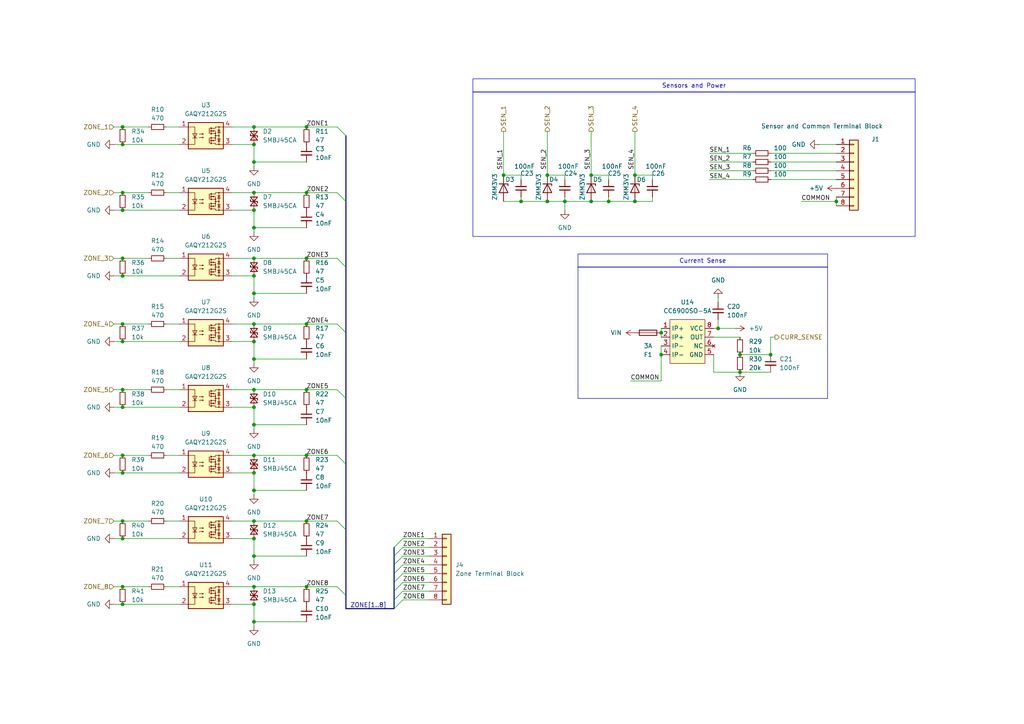
<source format=kicad_sch>
(kicad_sch (version 20231120) (generator "eeschema") (generator_version "8.0")
  (paper "A4")
  (lib_symbols
    (symbol "Connector_Generic:Conn_01x08" (pin_names (offset 1.016) hide)
      (property "Reference" "J" (at 0 10.16 0))
      (property "Value" "Conn_01x08" (at 0 -12.7 0))
      (symbol "Conn_01x08_1_1"
        (pin passive line (at -5.08 7.62 0) (length 3.81) (name "Pin_1") (number "1"))
        (pin passive line (at -5.08 5.08 0) (length 3.81) (name "Pin_2") (number "2"))
        (pin passive line (at -5.08 2.54 0) (length 3.81) (name "Pin_3") (number "3"))
        (pin passive line (at -5.08 0 0) (length 3.81) (name "Pin_4") (number "4"))
        (pin passive line (at -5.08 -2.54 0) (length 3.81) (name "Pin_5") (number "5"))
        (pin passive line (at -5.08 -5.08 0) (length 3.81) (name "Pin_6") (number "6"))
        (pin passive line (at -5.08 -7.62 0) (length 3.81) (name "Pin_7") (number "7"))
        (pin passive line (at -5.08 -10.16 0) (length 3.81) (name "Pin_8") (number "8"))
      )
    )
    (symbol "Device:C_Small" (pin_numbers hide) (pin_names (offset 0.254) hide)
      (property "Reference" "C" (at 0.254 1.778 0))
      (property "Value" "C_Small" (at 0.254 -2.032 0))
      (symbol "C_Small_1_1"
        (pin passive line (at 0 2.54 270) (length 2.032) (name "~") (number "1"))
        (pin passive line (at 0 -2.54 90) (length 2.032) (name "~") (number "2"))
      )
    )
    (symbol "Device:D_TVS_Small" (pin_numbers hide) (pin_names (offset 1.016) hide)
      (property "Reference" "D" (at 0 2.54 0))
      (property "Value" "D_TVS_Small" (at 0 -2.54 0))
      (symbol "D_TVS_Small_1_1"
        (pin passive line (at -2.54 0 0) (length 1.27) (name "A1") (number "1"))
        (pin passive line (at 2.54 0 180) (length 1.27) (name "A2") (number "2"))
      )
    )
    (symbol "Device:D_Zener" (pin_numbers hide) (pin_names (offset 1.016) hide)
      (property "Reference" "D" (at 0 2.54 0))
      (property "Value" "D_Zener" (at 0 -2.54 0))
      (symbol "D_Zener_1_1"
        (pin passive line (at -3.81 0 0) (length 2.54) (name "K") (number "1"))
        (pin passive line (at 3.81 0 180) (length 2.54) (name "A") (number "2"))
      )
    )
    (symbol "Device:Fuse" (pin_numbers hide) (pin_names (offset 0))
      (property "Reference" "F" (at 2.032 0 90))
      (property "Value" "Fuse" (at -1.905 0 90))
      (symbol "Fuse_1_1"
        (pin passive line (at 0 3.81 270) (length 1.27) (name "~") (number "1"))
        (pin passive line (at 0 -3.81 90) (length 1.27) (name "~") (number "2"))
      )
    )
    (symbol "Device:R_Small" (pin_numbers hide) (pin_names (offset 0.254) hide)
      (property "Reference" "R" (at 0.762 0.508 0))
      (property "Value" "R_Small" (at 0.762 -1.016 0))
      (symbol "R_Small_1_1"
        (pin passive line (at 0 2.54 270) (length 0.762) (name "~") (number "1"))
        (pin passive line (at 0 -2.54 90) (length 0.762) (name "~") (number "2"))
      )
    )
    (symbol "OpenSprinkler:CC6900SO"
      (property "Reference" "U" (at 0 10.922 0))
      (property "Value" "CC6900SO" (at 0 8.382 0))
      (symbol "CC6900SO_1_1"
        (pin input line (at -7.62 3.81 0) (length 2.54) (name "IP+") (number "1"))
        (pin input line (at -7.62 1.27 0) (length 2.54) (name "IP+") (number "2"))
        (pin output line (at -7.62 -1.27 0) (length 2.54) (name "IP-") (number "3"))
        (pin output line (at -7.62 -3.81 0) (length 2.54) (name "IP-") (number "4"))
        (pin output line (at 7.62 -3.81 180) (length 2.54) (name "GND") (number "5"))
        (pin no_connect line (at 7.62 -1.27 180) (length 2.54) (name "NC") (number "6"))
        (pin output line (at 7.62 1.27 180) (length 2.54) (name "OUT") (number "7"))
        (pin input line (at 7.62 3.81 180) (length 2.54) (name "VCC") (number "8"))
      )
    )
    (symbol "Relay_SolidState:CPC1017N"
      (property "Reference" "U" (at -5.08 5.08 0))
      (property "Value" "CPC1017N" (at 0 5.08 0))
      (symbol "CPC1017N_1_1"
        (pin passive line (at -7.62 2.54 0) (length 2.54) (name "~") (number "1"))
        (pin passive line (at -7.62 -2.54 0) (length 2.54) (name "~") (number "2"))
        (pin passive line (at 7.62 -2.54 180) (length 2.54) (name "~") (number "3"))
        (pin passive line (at 7.62 2.54 180) (length 2.54) (name "~") (number "4"))
      )
    )
    (symbol "power:+5V" (power) (pin_numbers hide) (pin_names (offset 0) hide)
      (property "Value" "+5V" (at 0 3.556 0))
      (symbol "+5V_1_1"
        (pin power_in line (at 0 0 90) (length 0) (name "~") (number "1"))
      )
    )
    (symbol "power:GND" (power) (pin_numbers hide) (pin_names (offset 0) hide)
      (property "Value" "GND" (at 0 -3.81 0))
      (symbol "GND_1_1"
        (pin power_in line (at 0 0 270) (length 0) (name "~") (number "1"))
      )
    )
    (symbol "power:VCC" (power) (pin_numbers hide) (pin_names (offset 0) hide)
      (property "Value" "VCC" (at 0 3.556 0))
      (symbol "VCC_1_1"
        (pin power_in line (at 0 0 90) (length 0) (name "~") (number "1"))
      )
    )
  )
  (junction (at 35.56 36.83))
  (junction (at 88.9 93.98))
  (junction (at 73.66 170.18))
  (junction (at 184.15 50.8))
  (junction (at 35.56 99.06))
  (junction (at 35.56 93.98))
  (junction (at 35.56 156.21))
  (junction (at 35.56 113.03))
  (junction (at 35.56 132.08))
  (junction (at 35.56 74.93))
  (junction (at 242.57 58.42))
  (junction (at 151.13 58.42))
  (junction (at 214.63 107.95))
  (junction (at 88.9 113.03))
  (junction (at 35.56 151.13))
  (junction (at 88.9 74.93))
  (junction (at 35.56 170.18))
  (junction (at 88.9 170.18))
  (junction (at 208.28 95.25))
  (junction (at 73.66 36.83))
  (junction (at 73.66 156.21))
  (junction (at 73.66 123.19))
  (junction (at 73.66 132.08))
  (junction (at 73.66 80.01))
  (junction (at 35.56 80.01))
  (junction (at 214.63 102.87))
  (junction (at 35.56 41.91))
  (junction (at 73.66 41.91))
  (junction (at 158.75 58.42))
  (junction (at 191.77 102.87))
  (junction (at 73.66 99.06))
  (junction (at 171.45 58.42))
  (junction (at 73.66 180.34))
  (junction (at 73.66 104.14))
  (junction (at 88.9 132.08))
  (junction (at 184.15 58.42))
  (junction (at 73.66 55.88))
  (junction (at 88.9 36.83))
  (junction (at 73.66 66.04))
  (junction (at 73.66 113.03))
  (junction (at 223.52 102.87))
  (junction (at 73.66 60.96))
  (junction (at 73.66 142.24))
  (junction (at 73.66 161.29))
  (junction (at 88.9 151.13))
  (junction (at 88.9 55.88))
  (junction (at 176.53 58.42))
  (junction (at 35.56 55.88))
  (junction (at 73.66 85.09))
  (junction (at 73.66 74.93))
  (junction (at 146.05 50.8))
  (junction (at 158.75 50.8))
  (junction (at 163.83 58.42))
  (junction (at 73.66 175.26))
  (junction (at 191.77 96.52))
  (junction (at 35.56 60.96))
  (junction (at 171.45 50.8))
  (junction (at 35.56 137.16))
  (junction (at 73.66 137.16))
  (junction (at 73.66 93.98))
  (junction (at 73.66 118.11))
  (junction (at 35.56 175.26))
  (junction (at 35.56 118.11))
  (junction (at 73.66 151.13))
  (junction (at 73.66 46.99))
  (bus_entry (at 100.33 77.47) (size -2.54 -2.54))
  (bus_entry (at 100.33 172.72) (size -2.54 -2.54))
  (bus_entry (at 100.33 58.42) (size -2.54 -2.54))
  (bus_entry (at 114.3 176.53) (size 2.54 -2.54))
  (bus_entry (at 100.33 115.57) (size -2.54 -2.54))
  (bus_entry (at 100.33 153.67) (size -2.54 -2.54))
  (bus_entry (at 114.3 168.91) (size 2.54 -2.54))
  (bus_entry (at 114.3 173.99) (size 2.54 -2.54))
  (bus_entry (at 100.33 96.52) (size -2.54 -2.54))
  (bus_entry (at 114.3 163.83) (size 2.54 -2.54))
  (bus_entry (at 114.3 161.29) (size 2.54 -2.54))
  (bus_entry (at 100.33 39.37) (size -2.54 -2.54))
  (bus_entry (at 114.3 166.37) (size 2.54 -2.54))
  (bus_entry (at 100.33 134.62) (size -2.54 -2.54))
  (bus_entry (at 114.3 171.45) (size 2.54 -2.54))
  (bus_entry (at 114.3 158.75) (size 2.54 -2.54))
  (wire (pts (xy 33.02 99.06) (xy 35.56 99.06)))
  (wire (pts (xy 163.83 58.42) (xy 171.45 58.42)))
  (wire (pts (xy 33.02 36.83) (xy 35.56 36.83)))
  (wire (pts (xy 242.57 58.42) (xy 242.57 59.69)))
  (wire (pts (xy 48.26 93.98) (xy 52.07 93.98)))
  (wire (pts (xy 205.74 44.45) (xy 218.44 44.45)))
  (wire (pts (xy 73.66 118.11) (xy 73.66 123.19)))
  (wire (pts (xy 237.49 41.91) (xy 242.57 41.91)))
  (wire (pts (xy 73.66 93.98) (xy 88.9 93.98)))
  (wire (pts (xy 116.84 156.21) (xy 124.46 156.21)))
  (bus (pts (xy 114.3 171.45) (xy 114.3 173.99)))
  (wire (pts (xy 176.53 52.07) (xy 176.53 50.8)))
  (wire (pts (xy 48.26 55.88) (xy 52.07 55.88)))
  (wire (pts (xy 35.56 41.91) (xy 52.07 41.91)))
  (wire (pts (xy 73.66 162.56) (xy 73.66 161.29)))
  (wire (pts (xy 33.02 137.16) (xy 35.56 137.16)))
  (wire (pts (xy 67.31 170.18) (xy 73.66 170.18)))
  (wire (pts (xy 33.02 60.96) (xy 35.56 60.96)))
  (wire (pts (xy 33.02 55.88) (xy 35.56 55.88)))
  (wire (pts (xy 35.56 99.06) (xy 52.07 99.06)))
  (bus (pts (xy 100.33 115.57) (xy 100.33 134.62)))
  (wire (pts (xy 73.66 143.51) (xy 73.66 142.24)))
  (wire (pts (xy 67.31 80.01) (xy 73.66 80.01)))
  (wire (pts (xy 73.66 67.31) (xy 73.66 66.04)))
  (wire (pts (xy 33.02 80.01) (xy 35.56 80.01)))
  (wire (pts (xy 73.66 142.24) (xy 88.9 142.24)))
  (wire (pts (xy 73.66 124.46) (xy 73.66 123.19)))
  (wire (pts (xy 88.9 113.03) (xy 97.79 113.03)))
  (wire (pts (xy 189.23 50.8) (xy 184.15 50.8)))
  (wire (pts (xy 48.26 113.03) (xy 52.07 113.03)))
  (wire (pts (xy 48.26 151.13) (xy 52.07 151.13)))
  (wire (pts (xy 73.66 80.01) (xy 73.66 85.09)))
  (wire (pts (xy 33.02 93.98) (xy 35.56 93.98)))
  (bus (pts (xy 100.33 96.52) (xy 100.33 115.57)))
  (wire (pts (xy 67.31 132.08) (xy 73.66 132.08)))
  (wire (pts (xy 208.28 95.25) (xy 213.36 95.25)))
  (wire (pts (xy 73.66 180.34) (xy 88.9 180.34)))
  (wire (pts (xy 73.66 46.99) (xy 88.9 46.99)))
  (wire (pts (xy 191.77 100.33) (xy 191.77 102.87)))
  (wire (pts (xy 35.56 36.83) (xy 43.18 36.83)))
  (wire (pts (xy 33.02 175.26) (xy 35.56 175.26)))
  (wire (pts (xy 163.83 52.07) (xy 163.83 50.8)))
  (wire (pts (xy 73.66 104.14) (xy 88.9 104.14)))
  (wire (pts (xy 33.02 113.03) (xy 35.56 113.03)))
  (wire (pts (xy 73.66 151.13) (xy 88.9 151.13)))
  (wire (pts (xy 184.15 38.1) (xy 184.15 50.8)))
  (bus (pts (xy 100.33 77.47) (xy 100.33 96.52)))
  (wire (pts (xy 35.56 118.11) (xy 52.07 118.11)))
  (wire (pts (xy 208.28 86.36) (xy 208.28 87.63)))
  (wire (pts (xy 88.9 170.18) (xy 97.79 170.18)))
  (wire (pts (xy 158.75 38.1) (xy 158.75 50.8)))
  (wire (pts (xy 35.56 74.93) (xy 43.18 74.93)))
  (wire (pts (xy 176.53 57.15) (xy 176.53 58.42)))
  (wire (pts (xy 73.66 161.29) (xy 88.9 161.29)))
  (wire (pts (xy 73.66 36.83) (xy 88.9 36.83)))
  (wire (pts (xy 88.9 55.88) (xy 97.79 55.88)))
  (wire (pts (xy 163.83 50.8) (xy 158.75 50.8)))
  (wire (pts (xy 35.56 175.26) (xy 52.07 175.26)))
  (wire (pts (xy 73.66 137.16) (xy 73.66 142.24)))
  (wire (pts (xy 207.01 107.95) (xy 207.01 102.87)))
  (wire (pts (xy 35.56 170.18) (xy 43.18 170.18)))
  (wire (pts (xy 33.02 118.11) (xy 35.56 118.11)))
  (wire (pts (xy 88.9 74.93) (xy 97.79 74.93)))
  (wire (pts (xy 184.15 58.42) (xy 189.23 58.42)))
  (wire (pts (xy 207.01 95.25) (xy 208.28 95.25)))
  (wire (pts (xy 151.13 57.15) (xy 151.13 58.42)))
  (wire (pts (xy 163.83 57.15) (xy 163.83 58.42)))
  (bus (pts (xy 114.3 173.99) (xy 114.3 176.53)))
  (wire (pts (xy 189.23 57.15) (xy 189.23 58.42)))
  (wire (pts (xy 116.84 158.75) (xy 124.46 158.75)))
  (bus (pts (xy 100.33 176.53) (xy 114.3 176.53)))
  (wire (pts (xy 223.52 52.07) (xy 242.57 52.07)))
  (wire (pts (xy 176.53 50.8) (xy 171.45 50.8)))
  (wire (pts (xy 205.74 46.99) (xy 218.44 46.99)))
  (wire (pts (xy 182.88 110.49) (xy 191.77 110.49)))
  (wire (pts (xy 73.66 156.21) (xy 73.66 161.29)))
  (wire (pts (xy 208.28 95.25) (xy 208.28 92.71)))
  (wire (pts (xy 116.84 161.29) (xy 124.46 161.29)))
  (wire (pts (xy 33.02 132.08) (xy 35.56 132.08)))
  (wire (pts (xy 163.83 58.42) (xy 163.83 60.96)))
  (wire (pts (xy 73.66 181.61) (xy 73.66 180.34)))
  (wire (pts (xy 48.26 36.83) (xy 52.07 36.83)))
  (wire (pts (xy 48.26 170.18) (xy 52.07 170.18)))
  (wire (pts (xy 146.05 38.1) (xy 146.05 50.8)))
  (wire (pts (xy 33.02 151.13) (xy 35.56 151.13)))
  (wire (pts (xy 48.26 74.93) (xy 52.07 74.93)))
  (wire (pts (xy 223.52 49.53) (xy 242.57 49.53)))
  (wire (pts (xy 171.45 58.42) (xy 176.53 58.42)))
  (wire (pts (xy 189.23 52.07) (xy 189.23 50.8)))
  (wire (pts (xy 35.56 137.16) (xy 52.07 137.16)))
  (bus (pts (xy 114.3 168.91) (xy 114.3 171.45)))
  (wire (pts (xy 214.63 107.95) (xy 207.01 107.95)))
  (wire (pts (xy 67.31 41.91) (xy 73.66 41.91)))
  (wire (pts (xy 224.79 97.79) (xy 223.52 97.79)))
  (wire (pts (xy 33.02 156.21) (xy 35.56 156.21)))
  (wire (pts (xy 88.9 132.08) (xy 97.79 132.08)))
  (wire (pts (xy 151.13 50.8) (xy 146.05 50.8)))
  (wire (pts (xy 35.56 113.03) (xy 43.18 113.03)))
  (wire (pts (xy 214.63 102.87) (xy 223.52 102.87)))
  (wire (pts (xy 67.31 93.98) (xy 73.66 93.98)))
  (wire (pts (xy 171.45 38.1) (xy 171.45 50.8)))
  (wire (pts (xy 67.31 113.03) (xy 73.66 113.03)))
  (wire (pts (xy 73.66 105.41) (xy 73.66 104.14)))
  (wire (pts (xy 88.9 36.83) (xy 97.79 36.83)))
  (wire (pts (xy 176.53 58.42) (xy 184.15 58.42)))
  (wire (pts (xy 73.66 175.26) (xy 73.66 180.34)))
  (wire (pts (xy 88.9 93.98) (xy 97.79 93.98)))
  (wire (pts (xy 116.84 168.91) (xy 124.46 168.91)))
  (bus (pts (xy 114.3 166.37) (xy 114.3 168.91)))
  (wire (pts (xy 73.66 85.09) (xy 88.9 85.09)))
  (wire (pts (xy 35.56 93.98) (xy 43.18 93.98)))
  (wire (pts (xy 223.52 46.99) (xy 242.57 46.99)))
  (bus (pts (xy 114.3 161.29) (xy 114.3 163.83)))
  (wire (pts (xy 67.31 118.11) (xy 73.66 118.11)))
  (wire (pts (xy 67.31 55.88) (xy 73.66 55.88)))
  (wire (pts (xy 73.66 48.26) (xy 73.66 46.99)))
  (wire (pts (xy 67.31 36.83) (xy 73.66 36.83)))
  (bus (pts (xy 100.33 58.42) (xy 100.33 77.47)))
  (wire (pts (xy 35.56 156.21) (xy 52.07 156.21)))
  (wire (pts (xy 223.52 107.95) (xy 214.63 107.95)))
  (wire (pts (xy 242.57 57.15) (xy 242.57 58.42)))
  (wire (pts (xy 67.31 99.06) (xy 73.66 99.06)))
  (wire (pts (xy 73.66 123.19) (xy 88.9 123.19)))
  (wire (pts (xy 73.66 113.03) (xy 88.9 113.03)))
  (wire (pts (xy 151.13 52.07) (xy 151.13 50.8)))
  (wire (pts (xy 33.02 74.93) (xy 35.56 74.93)))
  (wire (pts (xy 35.56 80.01) (xy 52.07 80.01)))
  (wire (pts (xy 223.52 44.45) (xy 242.57 44.45)))
  (bus (pts (xy 114.3 158.75) (xy 114.3 161.29)))
  (bus (pts (xy 100.33 172.72) (xy 100.33 176.53)))
  (wire (pts (xy 88.9 151.13) (xy 97.79 151.13)))
  (wire (pts (xy 191.77 96.52) (xy 191.77 97.79)))
  (wire (pts (xy 67.31 175.26) (xy 73.66 175.26)))
  (wire (pts (xy 73.66 55.88) (xy 88.9 55.88)))
  (wire (pts (xy 116.84 166.37) (xy 124.46 166.37)))
  (wire (pts (xy 33.02 41.91) (xy 35.56 41.91)))
  (wire (pts (xy 35.56 132.08) (xy 43.18 132.08)))
  (bus (pts (xy 100.33 134.62) (xy 100.33 153.67)))
  (wire (pts (xy 116.84 171.45) (xy 124.46 171.45)))
  (wire (pts (xy 35.56 60.96) (xy 52.07 60.96)))
  (bus (pts (xy 100.33 39.37) (xy 100.33 58.42)))
  (wire (pts (xy 205.74 52.07) (xy 218.44 52.07)))
  (wire (pts (xy 116.84 163.83) (xy 124.46 163.83)))
  (wire (pts (xy 73.66 41.91) (xy 73.66 46.99)))
  (wire (pts (xy 146.05 58.42) (xy 151.13 58.42)))
  (wire (pts (xy 191.77 102.87) (xy 191.77 110.49)))
  (wire (pts (xy 232.41 58.42) (xy 242.57 58.42)))
  (wire (pts (xy 73.66 170.18) (xy 88.9 170.18)))
  (wire (pts (xy 73.66 132.08) (xy 88.9 132.08)))
  (wire (pts (xy 73.66 66.04) (xy 88.9 66.04)))
  (wire (pts (xy 116.84 173.99) (xy 124.46 173.99)))
  (wire (pts (xy 205.74 49.53) (xy 218.44 49.53)))
  (wire (pts (xy 67.31 156.21) (xy 73.66 156.21)))
  (wire (pts (xy 35.56 55.88) (xy 43.18 55.88)))
  (wire (pts (xy 223.52 97.79) (xy 223.52 102.87)))
  (wire (pts (xy 67.31 151.13) (xy 73.66 151.13)))
  (wire (pts (xy 73.66 60.96) (xy 73.66 66.04)))
  (wire (pts (xy 35.56 151.13) (xy 43.18 151.13)))
  (bus (pts (xy 114.3 163.83) (xy 114.3 166.37)))
  (wire (pts (xy 33.02 170.18) (xy 35.56 170.18)))
  (bus (pts (xy 100.33 153.67) (xy 100.33 172.72)))
  (wire (pts (xy 73.66 86.36) (xy 73.66 85.09)))
  (wire (pts (xy 67.31 137.16) (xy 73.66 137.16)))
  (wire (pts (xy 67.31 74.93) (xy 73.66 74.93)))
  (wire (pts (xy 73.66 74.93) (xy 88.9 74.93)))
  (wire (pts (xy 191.77 95.25) (xy 191.77 96.52)))
  (wire (pts (xy 151.13 58.42) (xy 158.75 58.42)))
  (wire (pts (xy 207.01 97.79) (xy 214.63 97.79)))
  (wire (pts (xy 158.75 58.42) (xy 163.83 58.42)))
  (wire (pts (xy 67.31 60.96) (xy 73.66 60.96)))
  (wire (pts (xy 48.26 132.08) (xy 52.07 132.08)))
  (wire (pts (xy 73.66 99.06) (xy 73.66 104.14)))
  (rectangle (start 167.64 77.47) (end 240.03 115.57))
  (rectangle (start 137.16 26.67) (end 265.43 68.58))
  (text_box "Sensors and Power" (at 137.16 22.86 0) (size 128.27 3.81) (effects (font (size 1.27 1.27))))
  (text_box "Current Sense" (at 167.64 73.66 0) (size 72.39 3.81) (effects (font (size 1.27 1.27))))
  (label "ZONE6" (at 116.84 168.91 0))
  (label "ZONE1" (at 116.84 156.21 0))
  (label "SEN_4" (at 205.74 52.07 0))
  (label "ZONE8" (at 88.9 170.18 0))
  (label "ZONE5" (at 88.9 113.03 0))
  (label "SEN_1" (at 205.74 44.45 0))
  (label "ZONE8" (at 116.84 173.99 0))
  (label "ZONE6" (at 88.9 132.08 0))
  (label "SEN_3" (at 205.74 49.53 0))
  (label "ZONE7" (at 88.9 151.13 0))
  (label "SEN_2" (at 158.75 43.18 270))
  (label "ZONE7" (at 116.84 171.45 0))
  (label "ZONE4" (at 116.84 163.83 0))
  (label "SEN_1" (at 146.05 43.18 270))
  (label "ZONE2" (at 88.9 55.88 0))
  (label "ZONE3" (at 88.9 74.93 0))
  (label "SEN_3" (at 171.45 43.18 270))
  (label "ZONE3" (at 116.84 161.29 0))
  (label "COMMON" (at 232.41 58.42 0))
  (label "ZONE4" (at 88.9 93.98 0))
  (label "ZONE5" (at 116.84 166.37 0))
  (label "SEN_4" (at 184.15 43.18 270))
  (label "ZONE1" (at 88.9 36.83 0))
  (label "SEN_2" (at 205.74 46.99 0))
  (label "ZONE2" (at 116.84 158.75 0))
  (label "ZONE[1..8]" (at 101.6 176.53 0))
  (label "COMMON" (at 182.88 110.49 0))
  (hierarchical_label "ZONE_5" (shape input) (at 33.02 113.03 180))
  (hierarchical_label "ZONE_2" (shape input) (at 33.02 55.88 180))
  (hierarchical_label "SEN_1" (shape output) (at 146.05 38.1 90))
  (hierarchical_label "ZONE_7" (shape input) (at 33.02 151.13 180))
  (hierarchical_label "ZONE_8" (shape input) (at 33.02 170.18 180))
  (hierarchical_label "ZONE_3" (shape input) (at 33.02 74.93 180))
  (hierarchical_label "SEN_2" (shape output) (at 158.75 38.1 90))
  (hierarchical_label "SEN_3" (shape output) (at 171.45 38.1 90))
  (hierarchical_label "SEN_4" (shape output) (at 184.15 38.1 90))
  (hierarchical_label "ZONE_6" (shape input) (at 33.02 132.08 180))
  (hierarchical_label "ZONE_4" (shape input) (at 33.02 93.98 180))
  (hierarchical_label "ZONE_1" (shape input) (at 33.02 36.83 180))
  (hierarchical_label "CURR_SENSE" (shape output) (at 224.79 97.79 0))
  (symbol (lib_id "Device:R_Small") (at 220.98 44.45 90) (unit 1)
    (property "Reference" "R6" (at 216.662 42.926 90))
    (property "Value" "100" (at 226.314 42.926 90))
    (property "Footprint" "Resistor_SMD:R_0603_1608Metric_Pad0.98x0.95mm_HandSolder" (effects (hide yes)))
    (property "Description" "Resistor, small symbol" (effects (hide yes)))
    (property "JLCPCB Part #" "C22775" (effects (hide yes)))
  )
  (symbol (lib_id "Device:D_TVS_Small") (at 73.66 172.72 90) (unit 1)
    (property "Reference" "D13" (at 76.2 171.4499 90) (effects (justify right)))
    (property "Value" "SMBJ45CA" (at 76.2 173.9899 90) (effects (justify right)))
    (property "Footprint" "Diode_SMD:D_SMB" (effects (hide yes)))
    (property "Datasheet" "https://www.littelfuse.com/media?resourcetype=datasheets&itemid=09a6ae9a-73cb-4ac4-acac-e6dab92ab953&filename=littelfuse_tvs_diode_smbj_datasheet.pdf" (effects (hide yes)))
    (property "Description" "Bidirectional transient-voltage-suppression diode, small symbol" (effects (hide yes)))
    (property "JLCPCB Part #" "C7466424" (effects (hide yes)))
  )
  (symbol (lib_id "power:GND") (at 33.02 156.21 270) (unit 1)
    (property "Reference" "#PWR035" (effects (hide yes)))
    (property "Value" "GND" (at 29.21 156.2099 90) (effects (justify right)))
    (property "Description" "Power symbol creates a global label with name \"GND\" , ground" (effects (hide yes)))
  )
  (symbol (lib_id "power:GND") (at 73.66 86.36 0) (unit 1)
    (property "Reference" "#PWR031" (effects (hide yes)))
    (property "Value" "GND" (at 73.66 91.44 0))
    (property "Description" "Power symbol creates a global label with name \"GND\" , ground" (effects (hide yes)))
  )
  (symbol (lib_id "Device:R_Small") (at 220.98 49.53 90) (unit 1)
    (property "Reference" "R8" (at 216.662 48.006 90))
    (property "Value" "100" (at 226.314 48.006 90))
    (property "Footprint" "Resistor_SMD:R_0603_1608Metric_Pad0.98x0.95mm_HandSolder" (effects (hide yes)))
    (property "Description" "Resistor, small symbol" (effects (hide yes)))
    (property "JLCPCB Part #" "C22775" (effects (hide yes)))
  )
  (symbol (lib_id "Device:C_Small") (at 88.9 44.45 0) (unit 1)
    (property "Reference" "C3" (at 91.44 43.1862 0) (effects (justify left)))
    (property "Value" "10nF" (at 91.44 45.7262 0) (effects (justify left)))
    (property "Footprint" "Capacitor_SMD:C_0603_1608Metric_Pad1.08x0.95mm_HandSolder" (effects (hide yes)))
    (property "Description" "Unpolarized capacitor, small symbol" (effects (hide yes)))
    (property "JLCPCB Part #" "C57112" (effects (hide yes)))
  )
  (symbol (lib_id "Device:C_Small") (at 88.9 82.55 0) (unit 1)
    (property "Reference" "C5" (at 91.44 81.2862 0) (effects (justify left)))
    (property "Value" "10nF" (at 91.44 83.8262 0) (effects (justify left)))
    (property "Footprint" "Capacitor_SMD:C_0603_1608Metric_Pad1.08x0.95mm_HandSolder" (effects (hide yes)))
    (property "Description" "Unpolarized capacitor, small symbol" (effects (hide yes)))
    (property "JLCPCB Part #" "C57112" (effects (hide yes)))
  )
  (symbol (lib_id "power:GND") (at 33.02 60.96 270) (unit 1)
    (property "Reference" "#PWR027" (effects (hide yes)))
    (property "Value" "GND" (at 29.21 60.9599 90) (effects (justify right)))
    (property "Description" "Power symbol creates a global label with name \"GND\" , ground" (effects (hide yes)))
  )
  (symbol (lib_id "power:GND") (at 214.63 107.95 0) (unit 1)
    (property "Reference" "#PWR061" (effects (hide yes)))
    (property "Value" "GND" (at 214.63 113.03 0))
    (property "Description" "Power symbol creates a global label with name \"GND\" , ground" (effects (hide yes)))
  )
  (symbol (lib_id "Device:D_Zener") (at 171.45 54.61 270) (unit 1)
    (property "Reference" "D5" (at 171.958 52.07 90) (effects (justify left)))
    (property "Value" "ZMM3V3" (at 168.91 50.292 0) (effects (justify left)))
    (property "Footprint" "Diode_SMD:D_MiniMELF" (effects (hide yes)))
    (property "Description" "Zener diode" (effects (hide yes)))
    (property "JLCPCB Part #" "C7497475" (effects (hide yes)))
  )
  (symbol (lib_id "Relay_SolidState:CPC1017N") (at 59.69 39.37 0) (unit 1)
    (property "Reference" "U3" (at 59.69 30.48 0))
    (property "Value" "GAQY212G2S" (at 59.69 33.02 0))
    (property "Footprint" "Package_SO:SOP-4_3.8x4.1mm_P2.54mm" (effects (hide yes)))
    (property "Datasheet" "http://www.ixysic.com/home/pdfs.nsf/www/CPC1017N.pdf/$file/CPC1017N.pdf" (effects (hide yes)))
    (property "Description" "Form A, Solid State Relay (Photo MOSFET) 60V, 0.1A, 16Ohm, SO-4" (effects (hide yes)))
    (property "JLCPCB Part #" "C7435109" (effects (hide yes)))
  )
  (symbol (lib_id "Device:R_Small") (at 45.72 132.08 90) (unit 1)
    (property "Reference" "R19" (at 45.72 127 90))
    (property "Value" "470" (at 45.72 129.54 90))
    (property "Footprint" "Resistor_SMD:R_0603_1608Metric_Pad0.98x0.95mm_HandSolder" (effects (hide yes)))
    (property "Description" "Resistor, small symbol" (effects (hide yes)))
    (property "JLCPCB Part #" "C23179" (effects (hide yes)))
  )
  (symbol (lib_id "Device:D_TVS_Small") (at 73.66 96.52 90) (unit 1)
    (property "Reference" "D9" (at 76.2 95.2499 90) (effects (justify right)))
    (property "Value" "SMBJ45CA" (at 76.2 97.7899 90) (effects (justify right)))
    (property "Footprint" "Diode_SMD:D_SMB" (effects (hide yes)))
    (property "Datasheet" "https://www.littelfuse.com/media?resourcetype=datasheets&itemid=09a6ae9a-73cb-4ac4-acac-e6dab92ab953&filename=littelfuse_tvs_diode_smbj_datasheet.pdf" (effects (hide yes)))
    (property "Description" "Bidirectional transient-voltage-suppression diode, small symbol" (effects (hide yes)))
    (property "JLCPCB Part #" "C7466424" (effects (hide yes)))
  )
  (symbol (lib_id "Device:C_Small") (at 223.52 105.41 0) (unit 1)
    (property "Reference" "C21" (at 226.06 104.1462 0) (effects (justify left)))
    (property "Value" "100nF" (at 226.06 106.6862 0) (effects (justify left)))
    (property "Footprint" "Capacitor_SMD:C_0603_1608Metric_Pad1.08x0.95mm_HandSolder" (effects (hide yes)))
    (property "Description" "Unpolarized capacitor, small symbol" (effects (hide yes)))
    (property "JLCPCB Part #" "C14663" (effects (hide yes)))
  )
  (symbol (lib_id "Device:C_Small") (at 189.23 54.61 180) (unit 1)
    (property "Reference" "C26" (at 188.976 50.292 0) (effects (justify right)))
    (property "Value" "100nF" (at 187.198 48.26 0) (effects (justify right)))
    (property "Footprint" "Capacitor_SMD:C_0603_1608Metric_Pad1.08x0.95mm_HandSolder" (effects (hide yes)))
    (property "Description" "Unpolarized capacitor, small symbol" (effects (hide yes)))
  )
  (symbol (lib_id "Device:Fuse") (at 187.96 96.52 270) (mirror x) (unit 1)
    (property "Reference" "F1" (at 187.96 102.87 90))
    (property "Value" "3A" (at 187.96 100.33 90))
    (property "Footprint" "OpenSprinkler:Xucheng_Elec_5x20" (effects (hide yes)))
    (property "Description" "Fuse" (effects (hide yes)))
    (property "JLCPCB Part #" "C3130" (effects (hide yes)))
  )
  (symbol (lib_id "power:GND") (at 73.66 162.56 0) (unit 1)
    (property "Reference" "#PWR039" (effects (hide yes)))
    (property "Value" "GND" (at 73.66 167.64 0))
    (property "Description" "Power symbol creates a global label with name \"GND\" , ground" (effects (hide yes)))
  )
  (symbol (lib_id "Device:C_Small") (at 88.9 101.6 0) (unit 1)
    (property "Reference" "C6" (at 91.44 100.3362 0) (effects (justify left)))
    (property "Value" "10nF" (at 91.44 102.8762 0) (effects (justify left)))
    (property "Footprint" "Capacitor_SMD:C_0603_1608Metric_Pad1.08x0.95mm_HandSolder" (effects (hide yes)))
    (property "Description" "Unpolarized capacitor, small symbol" (effects (hide yes)))
    (property "JLCPCB Part #" "C57112" (effects (hide yes)))
  )
  (symbol (lib_id "power:GND") (at 33.02 175.26 270) (unit 1)
    (property "Reference" "#PWR036" (effects (hide yes)))
    (property "Value" "GND" (at 29.21 175.2599 90) (effects (justify right)))
    (property "Description" "Power symbol creates a global label with name \"GND\" , ground" (effects (hide yes)))
  )
  (symbol (lib_id "power:+5V") (at 242.57 54.61 90) (unit 1)
    (property "Reference" "#PWR024" (effects (hide yes)))
    (property "Value" "+5V" (at 238.76 54.6099 90) (effects (justify left)))
    (property "Description" "Power symbol creates a global label with name \"+5V\"" (effects (hide yes)))
  )
  (symbol (lib_id "Device:C_Small") (at 88.9 177.8 0) (unit 1)
    (property "Reference" "C10" (at 91.44 176.5362 0) (effects (justify left)))
    (property "Value" "10nF" (at 91.44 179.0762 0) (effects (justify left)))
    (property "Footprint" "Capacitor_SMD:C_0603_1608Metric_Pad1.08x0.95mm_HandSolder" (effects (hide yes)))
    (property "Description" "Unpolarized capacitor, small symbol" (effects (hide yes)))
    (property "JLCPCB Part #" "C57112" (effects (hide yes)))
  )
  (symbol (lib_id "Device:R_Small") (at 88.9 134.62 0) (unit 1)
    (property "Reference" "R23" (at 91.44 133.3499 0) (effects (justify left)))
    (property "Value" "47" (at 91.44 135.8899 0) (effects (justify left)))
    (property "Footprint" "Resistor_SMD:R_0603_1608Metric_Pad0.98x0.95mm_HandSolder" (effects (hide yes)))
    (property "Description" "Resistor, small symbol" (effects (hide yes)))
    (property "JLCPCB Part #" "C23182" (effects (hide yes)))
  )
  (symbol (lib_id "Device:C_Small") (at 163.83 54.61 180) (unit 1)
    (property "Reference" "C24" (at 163.576 50.292 0) (effects (justify right)))
    (property "Value" "100nF" (at 161.798 48.26 0) (effects (justify right)))
    (property "Footprint" "Capacitor_SMD:C_0603_1608Metric_Pad1.08x0.95mm_HandSolder" (effects (hide yes)))
    (property "Description" "Unpolarized capacitor, small symbol" (effects (hide yes)))
  )
  (symbol (lib_id "Connector_Generic:Conn_01x08") (at 247.65 49.53 0) (unit 1)
    (property "Reference" "J1" (at 252.73 40.386 0) (effects (justify left)))
    (property "Value" "Sensor and Common Terminal Block" (at 220.726 36.576 0) (effects (justify left)))
    (property "Footprint" "Connector_Samtec_HPM_THT:Samtec_HPM-08-05-x-S_Straight_1x08_Pitch5.08mm" (effects (hide yes)))
    (property "Description" "Generic connector, single row, 01x08, script generated (kicad-library-utils/schlib/autogen/connector/)" (effects (hide yes)))
    (property "JLCPCB Part #" "C31423" (effects (hide yes)))
  )
  (symbol (lib_id "Device:D_TVS_Small") (at 73.66 134.62 90) (unit 1)
    (property "Reference" "D11" (at 76.2 133.3499 90) (effects (justify right)))
    (property "Value" "SMBJ45CA" (at 76.2 135.8899 90) (effects (justify right)))
    (property "Footprint" "Diode_SMD:D_SMB" (effects (hide yes)))
    (property "Datasheet" "https://www.littelfuse.com/media?resourcetype=datasheets&itemid=09a6ae9a-73cb-4ac4-acac-e6dab92ab953&filename=littelfuse_tvs_diode_smbj_datasheet.pdf" (effects (hide yes)))
    (property "Description" "Bidirectional transient-voltage-suppression diode, small symbol" (effects (hide yes)))
    (property "JLCPCB Part #" "C7466424" (effects (hide yes)))
  )
  (symbol (lib_id "Device:R_Small") (at 88.9 77.47 0) (unit 1)
    (property "Reference" "R16" (at 91.44 76.1999 0) (effects (justify left)))
    (property "Value" "47" (at 91.44 78.7399 0) (effects (justify left)))
    (property "Footprint" "Resistor_SMD:R_0603_1608Metric_Pad0.98x0.95mm_HandSolder" (effects (hide yes)))
    (property "Description" "Resistor, small symbol" (effects (hide yes)))
    (property "JLCPCB Part #" "C23182" (effects (hide yes)))
  )
  (symbol (lib_id "Device:R_Small") (at 88.9 172.72 0) (unit 1)
    (property "Reference" "R25" (at 91.44 171.4499 0) (effects (justify left)))
    (property "Value" "47" (at 91.44 173.9899 0) (effects (justify left)))
    (property "Footprint" "Resistor_SMD:R_0603_1608Metric_Pad0.98x0.95mm_HandSolder" (effects (hide yes)))
    (property "Description" "Resistor, small symbol" (effects (hide yes)))
    (property "JLCPCB Part #" "C23182" (effects (hide yes)))
  )
  (symbol (lib_id "Device:R_Small") (at 45.72 170.18 90) (unit 1)
    (property "Reference" "R21" (at 45.72 165.1 90))
    (property "Value" "470" (at 45.72 167.64 90))
    (property "Footprint" "Resistor_SMD:R_0603_1608Metric_Pad0.98x0.95mm_HandSolder" (effects (hide yes)))
    (property "Description" "Resistor, small symbol" (effects (hide yes)))
    (property "JLCPCB Part #" "C23179" (effects (hide yes)))
  )
  (symbol (lib_id "power:GND") (at 33.02 118.11 270) (unit 1)
    (property "Reference" "#PWR033" (effects (hide yes)))
    (property "Value" "GND" (at 29.21 118.1099 90) (effects (justify right)))
    (property "Description" "Power symbol creates a global label with name \"GND\" , ground" (effects (hide yes)))
  )
  (symbol (lib_id "Device:C_Small") (at 88.9 120.65 0) (unit 1)
    (property "Reference" "C7" (at 91.44 119.3862 0) (effects (justify left)))
    (property "Value" "10nF" (at 91.44 121.9262 0) (effects (justify left)))
    (property "Footprint" "Capacitor_SMD:C_0603_1608Metric_Pad1.08x0.95mm_HandSolder" (effects (hide yes)))
    (property "Description" "Unpolarized capacitor, small symbol" (effects (hide yes)))
    (property "JLCPCB Part #" "C57112" (effects (hide yes)))
  )
  (symbol (lib_id "Device:C_Small") (at 88.9 63.5 0) (unit 1)
    (property "Reference" "C4" (at 91.44 62.2362 0) (effects (justify left)))
    (property "Value" "10nF" (at 91.44 64.7762 0) (effects (justify left)))
    (property "Footprint" "Capacitor_SMD:C_0603_1608Metric_Pad1.08x0.95mm_HandSolder" (effects (hide yes)))
    (property "Description" "Unpolarized capacitor, small symbol" (effects (hide yes)))
    (property "JLCPCB Part #" "C57112" (effects (hide yes)))
  )
  (symbol (lib_id "power:GND") (at 33.02 137.16 270) (unit 1)
    (property "Reference" "#PWR034" (effects (hide yes)))
    (property "Value" "GND" (at 29.21 137.1599 90) (effects (justify right)))
    (property "Description" "Power symbol creates a global label with name \"GND\" , ground" (effects (hide yes)))
  )
  (symbol (lib_id "Device:D_Zener") (at 158.75 54.61 270) (unit 1)
    (property "Reference" "D4" (at 159.258 52.07 90) (effects (justify left)))
    (property "Value" "ZMM3V3" (at 156.21 50.292 0) (effects (justify left)))
    (property "Footprint" "Diode_SMD:D_MiniMELF" (effects (hide yes)))
    (property "Description" "Zener diode" (effects (hide yes)))
    (property "JLCPCB Part #" "C7497475" (effects (hide yes)))
  )
  (symbol (lib_id "Device:R_Small") (at 220.98 46.99 90) (unit 1)
    (property "Reference" "R7" (at 216.662 45.466 90))
    (property "Value" "100" (at 226.314 45.466 90))
    (property "Footprint" "Resistor_SMD:R_0603_1608Metric_Pad0.98x0.95mm_HandSolder" (effects (hide yes)))
    (property "Description" "Resistor, small symbol" (effects (hide yes)))
    (property "JLCPCB Part #" "C22775" (effects (hide yes)))
  )
  (symbol (lib_id "Device:D_TVS_Small") (at 73.66 115.57 90) (unit 1)
    (property "Reference" "D10" (at 76.2 114.2999 90) (effects (justify right)))
    (property "Value" "SMBJ45CA" (at 76.2 116.8399 90) (effects (justify right)))
    (property "Footprint" "Diode_SMD:D_SMB" (effects (hide yes)))
    (property "Datasheet" "https://www.littelfuse.com/media?resourcetype=datasheets&itemid=09a6ae9a-73cb-4ac4-acac-e6dab92ab953&filename=littelfuse_tvs_diode_smbj_datasheet.pdf" (effects (hide yes)))
    (property "Description" "Bidirectional transient-voltage-suppression diode, small symbol" (effects (hide yes)))
    (property "JLCPCB Part #" "C7466424" (effects (hide yes)))
  )
  (symbol (lib_id "Device:R_Small") (at 35.56 115.57 0) (unit 1)
    (property "Reference" "R38" (at 38.1 114.2999 0) (effects (justify left)))
    (property "Value" "10k" (at 38.1 116.8399 0) (effects (justify left)))
    (property "Footprint" "Resistor_SMD:R_0603_1608Metric_Pad0.98x0.95mm_HandSolder" (effects (hide yes)))
    (property "Description" "Resistor, small symbol" (effects (hide yes)))
    (property "JLCPCB Part #" "C25804" (effects (hide yes)))
  )
  (symbol (lib_id "power:GND") (at 163.83 60.96 0) (unit 1)
    (property "Reference" "#PWR021" (effects (hide yes)))
    (property "Value" "GND" (at 163.83 66.04 0))
    (property "Description" "Power symbol creates a global label with name \"GND\" , ground" (effects (hide yes)))
  )
  (symbol (lib_id "Relay_SolidState:CPC1017N") (at 59.69 153.67 0) (unit 1)
    (property "Reference" "U10" (at 59.69 144.78 0))
    (property "Value" "GAQY212G2S" (at 59.69 147.32 0))
    (property "Footprint" "Package_SO:SOP-4_3.8x4.1mm_P2.54mm" (effects (hide yes)))
    (property "Datasheet" "http://www.ixysic.com/home/pdfs.nsf/www/CPC1017N.pdf/$file/CPC1017N.pdf" (effects (hide yes)))
    (property "Description" "Form A, Solid State Relay (Photo MOSFET) 60V, 0.1A, 16Ohm, SO-4" (effects (hide yes)))
    (property "JLCPCB Part #" "C7435109" (effects (hide yes)))
  )
  (symbol (lib_id "Relay_SolidState:CPC1017N") (at 59.69 77.47 0) (unit 1)
    (property "Reference" "U6" (at 59.69 68.58 0))
    (property "Value" "GAQY212G2S" (at 59.69 71.12 0))
    (property "Footprint" "Package_SO:SOP-4_3.8x4.1mm_P2.54mm" (effects (hide yes)))
    (property "Datasheet" "http://www.ixysic.com/home/pdfs.nsf/www/CPC1017N.pdf/$file/CPC1017N.pdf" (effects (hide yes)))
    (property "Description" "Form A, Solid State Relay (Photo MOSFET) 60V, 0.1A, 16Ohm, SO-4" (effects (hide yes)))
    (property "JLCPCB Part #" "C7435109" (effects (hide yes)))
  )
  (symbol (lib_id "power:GND") (at 237.49 41.91 270) (unit 1)
    (property "Reference" "#PWR023" (effects (hide yes)))
    (property "Value" "GND" (at 233.68 41.9099 90) (effects (justify right)))
    (property "Description" "Power symbol creates a global label with name \"GND\" , ground" (effects (hide yes)))
  )
  (symbol (lib_id "Relay_SolidState:CPC1017N") (at 59.69 58.42 0) (unit 1)
    (property "Reference" "U5" (at 59.69 49.53 0))
    (property "Value" "GAQY212G2S" (at 59.69 52.07 0))
    (property "Footprint" "Package_SO:SOP-4_3.8x4.1mm_P2.54mm" (effects (hide yes)))
    (property "Datasheet" "http://www.ixysic.com/home/pdfs.nsf/www/CPC1017N.pdf/$file/CPC1017N.pdf" (effects (hide yes)))
    (property "Description" "Form A, Solid State Relay (Photo MOSFET) 60V, 0.1A, 16Ohm, SO-4" (effects (hide yes)))
    (property "JLCPCB Part #" "C7435109" (effects (hide yes)))
  )
  (symbol (lib_id "power:GND") (at 33.02 80.01 270) (unit 1)
    (property "Reference" "#PWR029" (effects (hide yes)))
    (property "Value" "GND" (at 29.21 80.0099 90) (effects (justify right)))
    (property "Description" "Power symbol creates a global label with name \"GND\" , ground" (effects (hide yes)))
  )
  (symbol (lib_id "power:GND") (at 73.66 181.61 0) (unit 1)
    (property "Reference" "#PWR040" (effects (hide yes)))
    (property "Value" "GND" (at 73.66 186.69 0))
    (property "Description" "Power symbol creates a global label with name \"GND\" , ground" (effects (hide yes)))
  )
  (symbol (lib_id "power:GND") (at 73.66 105.41 0) (unit 1)
    (property "Reference" "#PWR032" (effects (hide yes)))
    (property "Value" "GND" (at 73.66 110.49 0))
    (property "Description" "Power symbol creates a global label with name \"GND\" , ground" (effects (hide yes)))
  )
  (symbol (lib_id "Device:R_Small") (at 88.9 39.37 0) (unit 1)
    (property "Reference" "R11" (at 91.44 38.0999 0) (effects (justify left)))
    (property "Value" "47" (at 91.44 40.6399 0) (effects (justify left)))
    (property "Footprint" "Resistor_SMD:R_0603_1608Metric_Pad0.98x0.95mm_HandSolder" (effects (hide yes)))
    (property "Description" "Resistor, small symbol" (effects (hide yes)))
    (property "JLCPCB Part #" "C23182" (effects (hide yes)))
  )
  (symbol (lib_id "power:+5V") (at 213.36 95.25 270) (unit 1)
    (property "Reference" "#PWR060" (effects (hide yes)))
    (property "Value" "+5V" (at 217.17 95.2499 90) (effects (justify left)))
    (property "Description" "Power symbol creates a global label with name \"+5V\"" (effects (hide yes)))
  )
  (symbol (lib_id "Relay_SolidState:CPC1017N") (at 59.69 134.62 0) (unit 1)
    (property "Reference" "U9" (at 59.69 125.73 0))
    (property "Value" "GAQY212G2S" (at 59.69 128.27 0))
    (property "Footprint" "Package_SO:SOP-4_3.8x4.1mm_P2.54mm" (effects (hide yes)))
    (property "Datasheet" "http://www.ixysic.com/home/pdfs.nsf/www/CPC1017N.pdf/$file/CPC1017N.pdf" (effects (hide yes)))
    (property "Description" "Form A, Solid State Relay (Photo MOSFET) 60V, 0.1A, 16Ohm, SO-4" (effects (hide yes)))
    (property "JLCPCB Part #" "C7435109" (effects (hide yes)))
  )
  (symbol (lib_id "Device:R_Small") (at 88.9 153.67 0) (unit 1)
    (property "Reference" "R24" (at 91.44 152.3999 0) (effects (justify left)))
    (property "Value" "47" (at 91.44 154.9399 0) (effects (justify left)))
    (property "Footprint" "Resistor_SMD:R_0603_1608Metric_Pad0.98x0.95mm_HandSolder" (effects (hide yes)))
    (property "Description" "Resistor, small symbol" (effects (hide yes)))
    (property "JLCPCB Part #" "C23182" (effects (hide yes)))
  )
  (symbol (lib_id "Relay_SolidState:CPC1017N") (at 59.69 172.72 0) (unit 1)
    (property "Reference" "U11" (at 59.69 163.83 0))
    (property "Value" "GAQY212G2S" (at 59.69 166.37 0))
    (property "Footprint" "Package_SO:SOP-4_3.8x4.1mm_P2.54mm" (effects (hide yes)))
    (property "Datasheet" "http://www.ixysic.com/home/pdfs.nsf/www/CPC1017N.pdf/$file/CPC1017N.pdf" (effects (hide yes)))
    (property "Description" "Form A, Solid State Relay (Photo MOSFET) 60V, 0.1A, 16Ohm, SO-4" (effects (hide yes)))
    (property "JLCPCB Part #" "C7435109" (effects (hide yes)))
  )
  (symbol (lib_id "Connector_Generic:Conn_01x08") (at 129.54 163.83 0) (unit 1)
    (property "Reference" "J4" (at 132.08 163.8299 0) (effects (justify left)))
    (property "Value" "Zone Terminal Block" (at 132.08 166.3699 0) (effects (justify left)))
    (property "Footprint" "Connector_Samtec_HPM_THT:Samtec_HPM-08-05-x-S_Straight_1x08_Pitch5.08mm" (effects (hide yes)))
    (property "Description" "Generic connector, single row, 01x08, script generated (kicad-library-utils/schlib/autogen/connector/)" (effects (hide yes)))
    (property "JLCPCB Part #" "C31423" (effects (hide yes)))
  )
  (symbol (lib_id "Device:R_Small") (at 35.56 153.67 0) (unit 1)
    (property "Reference" "R40" (at 38.1 152.3999 0) (effects (justify left)))
    (property "Value" "10k" (at 38.1 154.9399 0) (effects (justify left)))
    (property "Footprint" "Resistor_SMD:R_0603_1608Metric_Pad0.98x0.95mm_HandSolder" (effects (hide yes)))
    (property "Description" "Resistor, small symbol" (effects (hide yes)))
    (property "JLCPCB Part #" "C25804" (effects (hide yes)))
  )
  (symbol (lib_id "Device:R_Small") (at 45.72 36.83 90) (unit 1)
    (property "Reference" "R10" (at 45.72 31.75 90))
    (property "Value" "470" (at 45.72 34.29 90))
    (property "Footprint" "Resistor_SMD:R_0603_1608Metric_Pad0.98x0.95mm_HandSolder" (effects (hide yes)))
    (property "Description" "Resistor, small symbol" (effects (hide yes)))
    (property "JLCPCB Part #" "C23179" (effects (hide yes)))
  )
  (symbol (lib_id "power:GND") (at 73.66 124.46 0) (unit 1)
    (property "Reference" "#PWR037" (effects (hide yes)))
    (property "Value" "GND" (at 73.66 129.54 0))
    (property "Description" "Power symbol creates a global label with name \"GND\" , ground" (effects (hide yes)))
  )
  (symbol (lib_id "power:GND") (at 73.66 48.26 0) (unit 1)
    (property "Reference" "#PWR026" (effects (hide yes)))
    (property "Value" "GND" (at 73.66 53.34 0))
    (property "Description" "Power symbol creates a global label with name \"GND\" , ground" (effects (hide yes)))
  )
  (symbol (lib_id "Device:R_Small") (at 88.9 96.52 0) (unit 1)
    (property "Reference" "R17" (at 91.44 95.2499 0) (effects (justify left)))
    (property "Value" "47" (at 91.44 97.7899 0) (effects (justify left)))
    (property "Footprint" "Resistor_SMD:R_0603_1608Metric_Pad0.98x0.95mm_HandSolder" (effects (hide yes)))
    (property "Description" "Resistor, small symbol" (effects (hide yes)))
    (property "JLCPCB Part #" "C23182" (effects (hide yes)))
  )
  (symbol (lib_id "Device:D_TVS_Small") (at 73.66 39.37 90) (unit 1)
    (property "Reference" "D2" (at 76.2 38.0999 90) (effects (justify right)))
    (property "Value" "SMBJ45CA" (at 76.2 40.6399 90) (effects (justify right)))
    (property "Footprint" "Diode_SMD:D_SMB" (effects (hide yes)))
    (property "Datasheet" "https://www.littelfuse.com/media?resourcetype=datasheets&itemid=09a6ae9a-73cb-4ac4-acac-e6dab92ab953&filename=littelfuse_tvs_diode_smbj_datasheet.pdf" (effects (hide yes)))
    (property "Description" "Bidirectional transient-voltage-suppression diode, small symbol" (effects (hide yes)))
    (property "JLCPCB Part #" "C7466424" (effects (hide yes)))
  )
  (symbol (lib_id "Device:R_Small") (at 35.56 134.62 0) (unit 1)
    (property "Reference" "R39" (at 38.1 133.3499 0) (effects (justify left)))
    (property "Value" "10k" (at 38.1 135.8899 0) (effects (justify left)))
    (property "Footprint" "Resistor_SMD:R_0603_1608Metric_Pad0.98x0.95mm_HandSolder" (effects (hide yes)))
    (property "Description" "Resistor, small symbol" (effects (hide yes)))
    (property "JLCPCB Part #" "C25804" (effects (hide yes)))
  )
  (symbol (lib_id "Device:R_Small") (at 35.56 172.72 0) (unit 1)
    (property "Reference" "R41" (at 38.1 171.4499 0) (effects (justify left)))
    (property "Value" "10k" (at 38.1 173.9899 0) (effects (justify left)))
    (property "Footprint" "Resistor_SMD:R_0603_1608Metric_Pad0.98x0.95mm_HandSolder" (effects (hide yes)))
    (property "Description" "Resistor, small symbol" (effects (hide yes)))
    (property "JLCPCB Part #" "C25804" (effects (hide yes)))
  )
  (symbol (lib_id "Device:R_Small") (at 45.72 93.98 90) (unit 1)
    (property "Reference" "R15" (at 45.72 88.9 90))
    (property "Value" "470" (at 45.72 91.44 90))
    (property "Footprint" "Resistor_SMD:R_0603_1608Metric_Pad0.98x0.95mm_HandSolder" (effects (hide yes)))
    (property "Description" "Resistor, small symbol" (effects (hide yes)))
    (property "JLCPCB Part #" "C23179" (effects (hide yes)))
  )
  (symbol (lib_id "Relay_SolidState:CPC1017N") (at 59.69 96.52 0) (unit 1)
    (property "Reference" "U7" (at 59.69 87.63 0))
    (property "Value" "GAQY212G2S" (at 59.69 90.17 0))
    (property "Footprint" "Package_SO:SOP-4_3.8x4.1mm_P2.54mm" (effects (hide yes)))
    (property "Datasheet" "http://www.ixysic.com/home/pdfs.nsf/www/CPC1017N.pdf/$file/CPC1017N.pdf" (effects (hide yes)))
    (property "Description" "Form A, Solid State Relay (Photo MOSFET) 60V, 0.1A, 16Ohm, SO-4" (effects (hide yes)))
    (property "JLCPCB Part #" "C7435109" (effects (hide yes)))
  )
  (symbol (lib_id "Device:R_Small") (at 220.98 52.07 90) (unit 1)
    (property "Reference" "R9" (at 216.662 50.546 90))
    (property "Value" "100" (at 226.314 50.546 90))
    (property "Footprint" "Resistor_SMD:R_0603_1608Metric_Pad0.98x0.95mm_HandSolder" (effects (hide yes)))
    (property "Description" "Resistor, small symbol" (effects (hide yes)))
    (property "JLCPCB Part #" "C22775" (effects (hide yes)))
  )
  (symbol (lib_id "Device:D_Zener") (at 184.15 54.61 270) (unit 1)
    (property "Reference" "D6" (at 184.658 52.07 90) (effects (justify left)))
    (property "Value" "ZMM3V3" (at 181.61 50.292 0) (effects (justify left)))
    (property "Footprint" "Diode_SMD:D_MiniMELF" (effects (hide yes)))
    (property "Description" "Zener diode" (effects (hide yes)))
    (property "JLCPCB Part #" "C7497475" (effects (hide yes)))
  )
  (symbol (lib_id "Device:R_Small") (at 45.72 151.13 90) (unit 1)
    (property "Reference" "R20" (at 45.72 146.05 90))
    (property "Value" "470" (at 45.72 148.59 90))
    (property "Footprint" "Resistor_SMD:R_0603_1608Metric_Pad0.98x0.95mm_HandSolder" (effects (hide yes)))
    (property "Description" "Resistor, small symbol" (effects (hide yes)))
    (property "JLCPCB Part #" "C23179" (effects (hide yes)))
  )
  (symbol (lib_id "power:VCC") (at 184.15 96.52 90) (unit 1)
    (property "Reference" "#PWR068" (effects (hide yes)))
    (property "Value" "VIN" (at 180.34 96.5199 90) (effects (justify left)))
    (property "Description" "Power symbol creates a global label with name \"VCC\"" (effects (hide yes)))
  )
  (symbol (lib_id "Device:C_Small") (at 151.13 54.61 180) (unit 1)
    (property "Reference" "C23" (at 150.876 50.292 0) (effects (justify right)))
    (property "Value" "100nF" (at 149.098 48.26 0) (effects (justify right)))
    (property "Footprint" "Capacitor_SMD:C_0603_1608Metric_Pad1.08x0.95mm_HandSolder" (effects (hide yes)))
    (property "Description" "Unpolarized capacitor, small symbol" (effects (hide yes)))
  )
  (symbol (lib_id "power:GND") (at 73.66 143.51 0) (unit 1)
    (property "Reference" "#PWR038" (effects (hide yes)))
    (property "Value" "GND" (at 73.66 148.59 0))
    (property "Description" "Power symbol creates a global label with name \"GND\" , ground" (effects (hide yes)))
  )
  (symbol (lib_id "power:GND") (at 73.66 67.31 0) (unit 1)
    (property "Reference" "#PWR028" (effects (hide yes)))
    (property "Value" "GND" (at 73.66 72.39 0))
    (property "Description" "Power symbol creates a global label with name \"GND\" , ground" (effects (hide yes)))
  )
  (symbol (lib_id "Device:R_Small") (at 88.9 58.42 0) (unit 1)
    (property "Reference" "R13" (at 91.44 57.1499 0) (effects (justify left)))
    (property "Value" "47" (at 91.44 59.6899 0) (effects (justify left)))
    (property "Footprint" "Resistor_SMD:R_0603_1608Metric_Pad0.98x0.95mm_HandSolder" (effects (hide yes)))
    (property "Description" "Resistor, small symbol" (effects (hide yes)))
    (property "JLCPCB Part #" "C23182" (effects (hide yes)))
  )
  (symbol (lib_id "Device:R_Small") (at 35.56 39.37 0) (unit 1)
    (property "Reference" "R34" (at 38.1 38.0999 0) (effects (justify left)))
    (property "Value" "10k" (at 38.1 40.6399 0) (effects (justify left)))
    (property "Footprint" "Resistor_SMD:R_0603_1608Metric_Pad0.98x0.95mm_HandSolder" (effects (hide yes)))
    (property "Description" "Resistor, small symbol" (effects (hide yes)))
    (property "JLCPCB Part #" "C25804" (effects (hide yes)))
  )
  (symbol (lib_id "Device:D_Zener") (at 146.05 54.61 270) (unit 1)
    (property "Reference" "D3" (at 146.558 52.07 90) (effects (justify left)))
    (property "Value" "ZMM3V3" (at 143.51 50.292 0) (effects (justify left)))
    (property "Footprint" "Diode_SMD:D_MiniMELF" (effects (hide yes)))
    (property "Description" "Zener diode" (effects (hide yes)))
    (property "JLCPCB Part #" "C7497475" (effects (hide yes)))
  )
  (symbol (lib_id "Device:C_Small") (at 88.9 139.7 0) (unit 1)
    (property "Reference" "C8" (at 91.44 138.4362 0) (effects (justify left)))
    (property "Value" "10nF" (at 91.44 140.9762 0) (effects (justify left)))
    (property "Footprint" "Capacitor_SMD:C_0603_1608Metric_Pad1.08x0.95mm_HandSolder" (effects (hide yes)))
    (property "Description" "Unpolarized capacitor, small symbol" (effects (hide yes)))
    (property "JLCPCB Part #" "C57112" (effects (hide yes)))
  )
  (symbol (lib_id "Device:R_Small") (at 214.63 105.41 0) (unit 1)
    (property "Reference" "R30" (at 217.17 104.1399 0) (effects (justify left)))
    (property "Value" "20k" (at 217.17 106.6799 0) (effects (justify left)))
    (property "Footprint" "Resistor_SMD:R_0603_1608Metric_Pad0.98x0.95mm_HandSolder" (effects (hide yes)))
    (property "Description" "Resistor, small symbol" (effects (hide yes)))
    (property "JLCPCB Part #" "C4184" (effects (hide yes)))
  )
  (symbol (lib_id "Device:R_Small") (at 214.63 100.33 0) (unit 1)
    (property "Reference" "R29" (at 217.17 99.0599 0) (effects (justify left)))
    (property "Value" "10k" (at 217.17 101.5999 0) (effects (justify left)))
    (property "Footprint" "Resistor_SMD:R_0603_1608Metric_Pad0.98x0.95mm_HandSolder" (effects (hide yes)))
    (property "Description" "Resistor, small symbol" (effects (hide yes)))
    (property "JLCPCB Part #" "C25804" (effects (hide yes)))
  )
  (symbol (lib_id "Device:C_Small") (at 208.28 90.17 0) (unit 1)
    (property "Reference" "C20" (at 210.82 88.9062 0) (effects (justify left)))
    (property "Value" "100nF" (at 210.82 91.4462 0) (effects (justify left)))
    (property "Footprint" "Capacitor_SMD:C_0603_1608Metric_Pad1.08x0.95mm_HandSolder" (effects (hide yes)))
    (property "Description" "Unpolarized capacitor, small symbol" (effects (hide yes)))
    (property "JLCPCB Part #" "C14663" (effects (hide yes)))
  )
  (symbol (lib_id "Device:D_TVS_Small") (at 73.66 58.42 90) (unit 1)
    (property "Reference" "D7" (at 76.2 57.1499 90) (effects (justify right)))
    (property "Value" "SMBJ45CA" (at 76.2 59.6899 90) (effects (justify right)))
    (property "Footprint" "Diode_SMD:D_SMB" (effects (hide yes)))
    (property "Datasheet" "https://www.littelfuse.com/media?resourcetype=datasheets&itemid=09a6ae9a-73cb-4ac4-acac-e6dab92ab953&filename=littelfuse_tvs_diode_smbj_datasheet.pdf" (effects (hide yes)))
    (property "Description" "Bidirectional transient-voltage-suppression diode, small symbol" (effects (hide yes)))
    (property "JLCPCB Part #" "C7466424" (effects (hide yes)))
  )
  (symbol (lib_id "Device:R_Small") (at 88.9 115.57 0) (unit 1)
    (property "Reference" "R22" (at 91.44 114.2999 0) (effects (justify left)))
    (property "Value" "47" (at 91.44 116.8399 0) (effects (justify left)))
    (property "Footprint" "Resistor_SMD:R_0603_1608Metric_Pad0.98x0.95mm_HandSolder" (effects (hide yes)))
    (property "Description" "Resistor, small symbol" (effects (hide yes)))
    (property "JLCPCB Part #" "C23182" (effects (hide yes)))
  )
  (symbol (lib_id "Device:D_TVS_Small") (at 73.66 153.67 90) (unit 1)
    (property "Reference" "D12" (at 76.2 152.3999 90) (effects (justify right)))
    (property "Value" "SMBJ45CA" (at 76.2 154.9399 90) (effects (justify right)))
    (property "Footprint" "Diode_SMD:D_SMB" (effects (hide yes)))
    (property "Datasheet" "https://www.littelfuse.com/media?resourcetype=datasheets&itemid=09a6ae9a-73cb-4ac4-acac-e6dab92ab953&filename=littelfuse_tvs_diode_smbj_datasheet.pdf" (effects (hide yes)))
    (property "Description" "Bidirectional transient-voltage-suppression diode, small symbol" (effects (hide yes)))
    (property "JLCPCB Part #" "C7466424" (effects (hide yes)))
  )
  (symbol (lib_id "OpenSprinkler:CC6900SO") (at 199.39 99.06 0) (unit 1)
    (property "Reference" "U14" (at 199.39 87.63 0))
    (property "Value" "CC6900SO-5A" (at 199.39 90.17 0))
    (property "Footprint" "Package_SO:SOP-8_3.9x4.9mm_P1.27mm" (effects (hide yes)))
    (property "Datasheet" "https://wmsc.lcsc.com/wmsc/upload/file/pdf/v2/lcsc/2407171004_Cross-chip-CC6900SO-5A_C350864.pdf" (effects (hide yes)))
    (property "Description" "AC/DC Current Sensor" (effects (hide yes)))
    (property "JLCPCB Part #" "C350864" (effects (hide yes)))
  )
  (symbol (lib_id "power:GND") (at 33.02 99.06 270) (unit 1)
    (property "Reference" "#PWR030" (effects (hide yes)))
    (property "Value" "GND" (at 29.21 99.0599 90) (effects (justify right)))
    (property "Description" "Power symbol creates a global label with name \"GND\" , ground" (effects (hide yes)))
  )
  (symbol (lib_id "Device:R_Small") (at 35.56 77.47 0) (unit 1)
    (property "Reference" "R36" (at 38.1 76.1999 0) (effects (justify left)))
    (property "Value" "10k" (at 38.1 78.7399 0) (effects (justify left)))
    (property "Footprint" "Resistor_SMD:R_0603_1608Metric_Pad0.98x0.95mm_HandSolder" (effects (hide yes)))
    (property "Description" "Resistor, small symbol" (effects (hide yes)))
    (property "JLCPCB Part #" "C25804" (effects (hide yes)))
  )
  (symbol (lib_id "Relay_SolidState:CPC1017N") (at 59.69 115.57 0) (unit 1)
    (property "Reference" "U8" (at 59.69 106.68 0))
    (property "Value" "GAQY212G2S" (at 59.69 109.22 0))
    (property "Footprint" "Package_SO:SOP-4_3.8x4.1mm_P2.54mm" (effects (hide yes)))
    (property "Datasheet" "http://www.ixysic.com/home/pdfs.nsf/www/CPC1017N.pdf/$file/CPC1017N.pdf" (effects (hide yes)))
    (property "Description" "Form A, Solid State Relay (Photo MOSFET) 60V, 0.1A, 16Ohm, SO-4" (effects (hide yes)))
    (property "JLCPCB Part #" "C7435109" (effects (hide yes)))
  )
  (symbol (lib_id "Device:D_TVS_Small") (at 73.66 77.47 90) (unit 1)
    (property "Reference" "D8" (at 76.2 76.1999 90) (effects (justify right)))
    (property "Value" "SMBJ45CA" (at 76.2 78.7399 90) (effects (justify right)))
    (property "Footprint" "Diode_SMD:D_SMB" (effects (hide yes)))
    (property "Datasheet" "https://www.littelfuse.com/media?resourcetype=datasheets&itemid=09a6ae9a-73cb-4ac4-acac-e6dab92ab953&filename=littelfuse_tvs_diode_smbj_datasheet.pdf" (effects (hide yes)))
    (property "Description" "Bidirectional transient-voltage-suppression diode, small symbol" (effects (hide yes)))
    (property "JLCPCB Part #" "C7466424" (effects (hide yes)))
  )
  (symbol (lib_id "power:GND") (at 208.28 86.36 180) (unit 1)
    (property "Reference" "#PWR059" (effects (hide yes)))
    (property "Value" "GND" (at 208.28 81.28 0))
    (property "Description" "Power symbol creates a global label with name \"GND\" , ground" (effects (hide yes)))
  )
  (symbol (lib_id "Device:C_Small") (at 176.53 54.61 180) (unit 1)
    (property "Reference" "C25" (at 176.276 50.292 0) (effects (justify right)))
    (property "Value" "100nF" (at 174.498 48.26 0) (effects (justify right)))
    (property "Footprint" "Capacitor_SMD:C_0603_1608Metric_Pad1.08x0.95mm_HandSolder" (effects (hide yes)))
    (property "Description" "Unpolarized capacitor, small symbol" (effects (hide yes)))
  )
  (symbol (lib_id "Device:C_Small") (at 88.9 158.75 0) (unit 1)
    (property "Reference" "C9" (at 91.44 157.4862 0) (effects (justify left)))
    (property "Value" "10nF" (at 91.44 160.0262 0) (effects (justify left)))
    (property "Footprint" "Capacitor_SMD:C_0603_1608Metric_Pad1.08x0.95mm_HandSolder" (effects (hide yes)))
    (property "Description" "Unpolarized capacitor, small symbol" (effects (hide yes)))
    (property "JLCPCB Part #" "C57112" (effects (hide yes)))
  )
  (symbol (lib_id "Device:R_Small") (at 35.56 58.42 0) (unit 1)
    (property "Reference" "R35" (at 38.1 57.1499 0) (effects (justify left)))
    (property "Value" "10k" (at 38.1 59.6899 0) (effects (justify left)))
    (property "Footprint" "Resistor_SMD:R_0603_1608Metric_Pad0.98x0.95mm_HandSolder" (effects (hide yes)))
    (property "Description" "Resistor, small symbol" (effects (hide yes)))
    (property "JLCPCB Part #" "C25804" (effects (hide yes)))
  )
  (symbol (lib_id "Device:R_Small") (at 45.72 74.93 90) (unit 1)
    (property "Reference" "R14" (at 45.72 69.85 90))
    (property "Value" "470" (at 45.72 72.39 90))
    (property "Footprint" "Resistor_SMD:R_0603_1608Metric_Pad0.98x0.95mm_HandSolder" (effects (hide yes)))
    (property "Description" "Resistor, small symbol" (effects (hide yes)))
    (property "JLCPCB Part #" "C23179" (effects (hide yes)))
  )
  (symbol (lib_id "Device:R_Small") (at 45.72 113.03 90) (unit 1)
    (property "Reference" "R18" (at 45.72 107.95 90))
    (property "Value" "470" (at 45.72 110.49 90))
    (property "Footprint" "Resistor_SMD:R_0603_1608Metric_Pad0.98x0.95mm_HandSolder" (effects (hide yes)))
    (property "Description" "Resistor, small symbol" (effects (hide yes)))
    (property "JLCPCB Part #" "C23179" (effects (hide yes)))
  )
  (symbol (lib_id "Device:R_Small") (at 45.72 55.88 90) (unit 1)
    (property "Reference" "R12" (at 45.72 50.8 90))
    (property "Value" "470" (at 45.72 53.34 90))
    (property "Footprint" "Resistor_SMD:R_0603_1608Metric_Pad0.98x0.95mm_HandSolder" (effects (hide yes)))
    (property "Description" "Resistor, small symbol" (effects (hide yes)))
    (property "JLCPCB Part #" "C23179" (effects (hide yes)))
  )
  (symbol (lib_id "Device:R_Small") (at 35.56 96.52 0) (unit 1)
    (property "Reference" "R37" (at 38.1 95.2499 0) (effects (justify left)))
    (property "Value" "10k" (at 38.1 97.7899 0) (effects (justify left)))
    (property "Footprint" "Resistor_SMD:R_0603_1608Metric_Pad0.98x0.95mm_HandSolder" (effects (hide yes)))
    (property "Description" "Resistor, small symbol" (effects (hide yes)))
    (property "JLCPCB Part #" "C25804" (effects (hide yes)))
  )
  (symbol (lib_id "power:GND") (at 33.02 41.91 270) (unit 1)
    (property "Reference" "#PWR025" (effects (hide yes)))
    (property "Value" "GND" (at 29.21 41.9099 90) (effects (justify right)))
    (property "Description" "Power symbol creates a global label with name \"GND\" , ground" (effects (hide yes)))
  )
)
</source>
